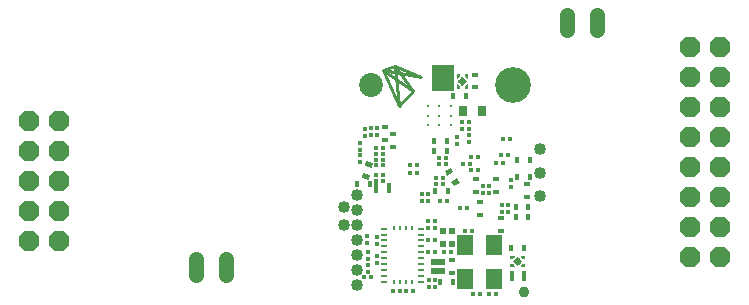
<source format=gbs>
G75*
%MOIN*%
%OFA0B0*%
%FSLAX25Y25*%
%IPPOS*%
%LPD*%
%AMOC8*
5,1,8,0,0,1.08239X$1,22.5*
%
%ADD10C,0.07953*%
%ADD11C,0.04016*%
%ADD12R,0.07559X0.08740*%
%ADD13R,0.01260X0.01654*%
%ADD14R,0.02441X0.01654*%
%ADD15R,0.01654X0.02441*%
%ADD16R,0.01654X0.01260*%
%ADD17R,0.01654X0.03228*%
%ADD18R,0.02835X0.03622*%
%ADD19C,0.03622*%
%ADD20C,0.00200*%
%ADD21OC8,0.06679*%
%ADD22C,0.01260*%
%ADD23R,0.02047X0.02441*%
%ADD24C,0.05119*%
%ADD25C,0.01083*%
%ADD26R,0.01949X0.01063*%
%ADD27R,0.01063X0.01555*%
%ADD28R,0.04567X0.02343*%
%ADD29R,0.05591X0.06772*%
%ADD30C,0.11890*%
D10*
X0174406Y0118894D03*
D11*
X0230705Y0097634D03*
X0230705Y0089760D03*
X0230705Y0081886D03*
X0169760Y0082319D03*
X0169760Y0077319D03*
X0165350Y0078343D03*
X0165350Y0072437D03*
X0169760Y0072319D03*
X0169760Y0067319D03*
X0169760Y0062319D03*
X0169760Y0057319D03*
X0169760Y0052319D03*
D12*
X0198461Y0121374D03*
D13*
X0218461Y0101020D03*
X0220823Y0101020D03*
X0220075Y0095665D03*
X0217713Y0095665D03*
X0210232Y0094878D03*
X0207870Y0094878D03*
X0207476Y0092516D03*
X0207870Y0090547D03*
X0210232Y0090547D03*
X0216059Y0092949D03*
X0218421Y0092949D03*
X0205114Y0092516D03*
X0199602Y0092516D03*
X0199602Y0094484D03*
X0197240Y0094484D03*
X0197240Y0092516D03*
X0189760Y0092122D03*
X0187398Y0092122D03*
X0187398Y0089760D03*
X0189760Y0089760D03*
X0196059Y0087791D03*
X0196059Y0085823D03*
X0198421Y0085823D03*
X0198421Y0087791D03*
X0197516Y0080390D03*
X0199878Y0080390D03*
X0204209Y0078028D03*
X0206571Y0078028D03*
X0195823Y0073539D03*
X0195823Y0071256D03*
X0193461Y0071256D03*
X0193461Y0073539D03*
X0193500Y0067240D03*
X0195862Y0067240D03*
X0195862Y0063382D03*
X0193500Y0063382D03*
X0198736Y0063343D03*
X0201098Y0063343D03*
X0205744Y0070311D03*
X0208106Y0070311D03*
X0174327Y0054799D03*
X0171965Y0054799D03*
X0181886Y0050390D03*
X0184248Y0050390D03*
X0186217Y0050390D03*
X0188579Y0050390D03*
X0208303Y0049169D03*
X0210665Y0049169D03*
X0213815Y0049209D03*
X0216177Y0049209D03*
X0178343Y0087004D03*
X0178343Y0088972D03*
X0175980Y0088972D03*
X0175980Y0087004D03*
X0175980Y0092122D03*
X0175980Y0094091D03*
X0175980Y0096059D03*
X0175980Y0098028D03*
X0178343Y0098028D03*
X0178343Y0096059D03*
X0178343Y0094091D03*
X0178343Y0092122D03*
D14*
X0181886Y0098290D03*
X0179130Y0100652D03*
X0181886Y0102490D03*
X0179130Y0104852D03*
X0209248Y0118172D03*
X0209248Y0122372D03*
X0209445Y0087529D03*
X0209445Y0083329D03*
X0210823Y0079852D03*
X0210823Y0075652D03*
X0217713Y0074537D03*
X0217713Y0070337D03*
X0201374Y0060600D03*
X0201374Y0056400D03*
X0226295Y0081676D03*
X0226295Y0085876D03*
X0216138Y0087529D03*
X0216138Y0083329D03*
D15*
X0222699Y0078343D03*
X0222699Y0074799D03*
X0226899Y0074799D03*
X0226899Y0078343D03*
X0227450Y0088382D03*
X0223250Y0088382D03*
X0223093Y0093933D03*
X0227293Y0093933D03*
G36*
X0202076Y0085134D02*
X0201205Y0086538D01*
X0203278Y0087824D01*
X0204149Y0086420D01*
X0202076Y0085134D01*
G37*
X0200128Y0083461D03*
X0195928Y0083461D03*
G36*
X0199863Y0088704D02*
X0198992Y0090108D01*
X0201065Y0091394D01*
X0201936Y0089990D01*
X0199863Y0088704D01*
G37*
X0199734Y0096846D03*
X0195534Y0096846D03*
X0195534Y0100390D03*
X0199734Y0100390D03*
G36*
X0172323Y0091984D02*
X0172695Y0093595D01*
X0175071Y0093046D01*
X0174699Y0091435D01*
X0172323Y0091984D01*
G37*
G36*
X0171378Y0087891D02*
X0171750Y0089502D01*
X0174126Y0088953D01*
X0173754Y0087342D01*
X0171378Y0087891D01*
G37*
X0169943Y0085823D03*
X0174143Y0085823D03*
X0221124Y0064563D03*
X0225324Y0064563D03*
X0201820Y0053343D03*
X0197620Y0053343D03*
X0201833Y0115154D03*
X0206033Y0115154D03*
D16*
X0207083Y0106689D03*
X0207083Y0104327D03*
X0207122Y0102280D03*
X0207122Y0099917D03*
X0203146Y0099209D03*
X0203146Y0101571D03*
X0204720Y0104327D03*
X0204720Y0106689D03*
X0176374Y0104720D03*
X0174406Y0104720D03*
X0172437Y0104327D03*
X0172437Y0101965D03*
X0174406Y0102358D03*
X0176374Y0102358D03*
X0170862Y0099602D03*
X0170862Y0097240D03*
X0170862Y0095665D03*
X0170862Y0093303D03*
X0191335Y0082673D03*
X0193303Y0082673D03*
X0193303Y0080311D03*
X0191335Y0080311D03*
X0211807Y0083067D03*
X0213776Y0083067D03*
X0213776Y0085429D03*
X0211807Y0085429D03*
X0221256Y0084996D03*
X0221256Y0087358D03*
X0220035Y0078933D03*
X0218106Y0078933D03*
X0218106Y0076571D03*
X0220035Y0076571D03*
X0176335Y0068343D03*
X0176335Y0065980D03*
X0173185Y0066217D03*
X0173185Y0068579D03*
X0173382Y0063382D03*
X0176374Y0061807D03*
X0176374Y0059445D03*
X0173382Y0059051D03*
X0173382Y0061020D03*
X0173382Y0056689D03*
X0193697Y0053933D03*
X0195665Y0053933D03*
X0195665Y0051571D03*
X0193697Y0051571D03*
D17*
X0221321Y0055429D03*
X0225521Y0055429D03*
X0180443Y0084642D03*
X0176243Y0084642D03*
D18*
X0204957Y0110154D03*
X0211413Y0110154D03*
D19*
X0225429Y0049839D03*
D20*
X0225528Y0058638D02*
X0225528Y0059268D01*
X0224937Y0059268D01*
X0224307Y0058638D01*
X0225528Y0058638D01*
X0225528Y0058727D02*
X0224397Y0058727D01*
X0224595Y0058926D02*
X0225528Y0058926D01*
X0225528Y0059124D02*
X0224794Y0059124D01*
X0224048Y0059720D02*
X0222401Y0059720D01*
X0222599Y0059521D02*
X0223850Y0059521D01*
X0223651Y0059323D02*
X0222798Y0059323D01*
X0222996Y0059124D02*
X0223453Y0059124D01*
X0223254Y0058926D02*
X0223195Y0058926D01*
X0223224Y0058896D02*
X0221888Y0060232D01*
X0223224Y0061569D01*
X0224561Y0060232D01*
X0223224Y0058896D01*
X0222142Y0058638D02*
X0221512Y0059268D01*
X0220921Y0059268D01*
X0220921Y0058638D01*
X0222142Y0058638D01*
X0222052Y0058727D02*
X0220921Y0058727D01*
X0220921Y0058926D02*
X0221854Y0058926D01*
X0221655Y0059124D02*
X0220921Y0059124D01*
X0222004Y0060117D02*
X0224445Y0060117D01*
X0224478Y0060315D02*
X0221971Y0060315D01*
X0222170Y0060514D02*
X0224279Y0060514D01*
X0224081Y0060712D02*
X0222368Y0060712D01*
X0222567Y0060911D02*
X0223882Y0060911D01*
X0223684Y0061109D02*
X0222765Y0061109D01*
X0222964Y0061308D02*
X0223485Y0061308D01*
X0223287Y0061506D02*
X0223162Y0061506D01*
X0222142Y0061827D02*
X0221512Y0061197D01*
X0220921Y0061197D01*
X0220921Y0061827D01*
X0222142Y0061827D01*
X0222020Y0061705D02*
X0220921Y0061705D01*
X0220921Y0061506D02*
X0221821Y0061506D01*
X0221623Y0061308D02*
X0220921Y0061308D01*
X0222202Y0059918D02*
X0224247Y0059918D01*
X0224937Y0061197D02*
X0225528Y0061197D01*
X0225528Y0061827D01*
X0224307Y0061827D01*
X0224937Y0061197D01*
X0224826Y0061308D02*
X0225528Y0061308D01*
X0225528Y0061506D02*
X0224627Y0061506D01*
X0224429Y0061705D02*
X0225528Y0061705D01*
X0206315Y0117969D02*
X0205685Y0117969D01*
X0205685Y0118559D01*
X0206315Y0119189D01*
X0206315Y0117969D01*
X0206315Y0118082D02*
X0205685Y0118082D01*
X0205685Y0118281D02*
X0206315Y0118281D01*
X0206315Y0118479D02*
X0205685Y0118479D01*
X0205804Y0118678D02*
X0206315Y0118678D01*
X0206315Y0118876D02*
X0206002Y0118876D01*
X0206201Y0119075D02*
X0206315Y0119075D01*
X0205654Y0119869D02*
X0203787Y0119869D01*
X0203589Y0120067D02*
X0205852Y0120067D01*
X0206051Y0120266D02*
X0203390Y0120266D01*
X0203384Y0120272D02*
X0204720Y0121608D01*
X0206057Y0120272D01*
X0204720Y0118935D01*
X0203384Y0120272D01*
X0203577Y0120464D02*
X0205864Y0120464D01*
X0205666Y0120663D02*
X0203775Y0120663D01*
X0203974Y0120861D02*
X0205467Y0120861D01*
X0205269Y0121060D02*
X0204172Y0121060D01*
X0204371Y0121258D02*
X0205070Y0121258D01*
X0204872Y0121457D02*
X0204569Y0121457D01*
X0203756Y0121984D02*
X0203756Y0122575D01*
X0203126Y0122575D01*
X0203126Y0121354D01*
X0203756Y0121984D01*
X0203756Y0122052D02*
X0203126Y0122052D01*
X0203126Y0121854D02*
X0203625Y0121854D01*
X0203427Y0121655D02*
X0203126Y0121655D01*
X0203126Y0121457D02*
X0203228Y0121457D01*
X0203126Y0122251D02*
X0203756Y0122251D01*
X0203756Y0122449D02*
X0203126Y0122449D01*
X0205685Y0122449D02*
X0206315Y0122449D01*
X0206315Y0122575D02*
X0206315Y0121354D01*
X0205685Y0121984D01*
X0205685Y0122575D01*
X0206315Y0122575D01*
X0206315Y0122251D02*
X0205685Y0122251D01*
X0205685Y0122052D02*
X0206315Y0122052D01*
X0206315Y0121854D02*
X0205815Y0121854D01*
X0206014Y0121655D02*
X0206315Y0121655D01*
X0206315Y0121457D02*
X0206212Y0121457D01*
X0205455Y0119670D02*
X0203986Y0119670D01*
X0204184Y0119472D02*
X0205257Y0119472D01*
X0205058Y0119273D02*
X0204383Y0119273D01*
X0204581Y0119075D02*
X0204860Y0119075D01*
X0203756Y0118559D02*
X0203126Y0119189D01*
X0203126Y0117969D01*
X0203756Y0117969D01*
X0203756Y0118559D01*
X0203756Y0118479D02*
X0203126Y0118479D01*
X0203126Y0118281D02*
X0203756Y0118281D01*
X0203756Y0118082D02*
X0203126Y0118082D01*
X0203126Y0118678D02*
X0203637Y0118678D01*
X0203439Y0118876D02*
X0203126Y0118876D01*
X0203126Y0119075D02*
X0203240Y0119075D01*
D21*
X0280823Y0121453D03*
X0290823Y0121453D03*
X0290823Y0131453D03*
X0280823Y0131453D03*
X0280823Y0111453D03*
X0290823Y0111453D03*
X0290823Y0101453D03*
X0280823Y0101453D03*
X0280823Y0091453D03*
X0290823Y0091453D03*
X0290823Y0081453D03*
X0280823Y0081453D03*
X0280823Y0071453D03*
X0290823Y0071453D03*
X0290823Y0061453D03*
X0280823Y0061453D03*
X0070350Y0067004D03*
X0060350Y0067004D03*
X0060350Y0077004D03*
X0070350Y0077004D03*
X0070350Y0087004D03*
X0060350Y0087004D03*
X0060350Y0097004D03*
X0070350Y0097004D03*
X0070350Y0107004D03*
X0060350Y0107004D03*
D22*
X0193303Y0105508D03*
X0193303Y0108657D03*
X0197240Y0108657D03*
X0197240Y0105508D03*
X0201177Y0105508D03*
X0201177Y0108657D03*
X0201177Y0111807D03*
X0197240Y0111807D03*
X0193303Y0111807D03*
D23*
X0198303Y0070390D03*
X0201453Y0070390D03*
X0201453Y0066059D03*
X0198303Y0066059D03*
D24*
X0115980Y0060784D02*
X0115980Y0055744D01*
X0125980Y0055744D02*
X0125980Y0060784D01*
X0239760Y0137240D02*
X0239760Y0142280D01*
X0249760Y0142280D02*
X0249760Y0137240D01*
D25*
X0191138Y0121728D02*
X0182476Y0125272D01*
X0188382Y0117004D01*
X0178539Y0124091D01*
X0191138Y0121728D01*
X0188382Y0117004D02*
X0183657Y0111886D01*
X0182476Y0125272D01*
X0178539Y0124091D01*
X0183657Y0111886D01*
D26*
X0178894Y0071059D03*
X0178894Y0069091D03*
X0178894Y0067122D03*
X0178894Y0065154D03*
X0178894Y0063185D03*
X0178894Y0061217D03*
X0178894Y0059248D03*
X0178894Y0057280D03*
X0178894Y0055311D03*
X0178894Y0053343D03*
X0191177Y0053343D03*
X0191177Y0055311D03*
X0191177Y0057280D03*
X0191177Y0059248D03*
X0191177Y0061217D03*
X0191177Y0063185D03*
X0191177Y0065154D03*
X0191177Y0067122D03*
X0191177Y0069091D03*
X0191177Y0071059D03*
D27*
X0187988Y0071256D03*
X0186020Y0071256D03*
X0184051Y0071256D03*
X0182083Y0071256D03*
X0182083Y0053146D03*
X0184051Y0053146D03*
X0186020Y0053146D03*
X0187988Y0053146D03*
D28*
X0196846Y0056837D03*
X0196846Y0060085D03*
D29*
X0205902Y0065547D03*
X0215350Y0065547D03*
X0215350Y0054130D03*
X0205902Y0054130D03*
D30*
X0221650Y0118894D03*
M02*

</source>
